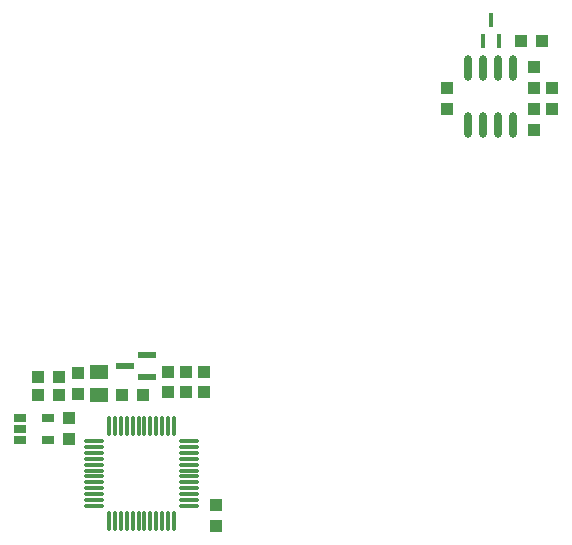
<source format=gbp>
G04*
G04 #@! TF.GenerationSoftware,Altium Limited,Altium Designer,24.5.2 (23)*
G04*
G04 Layer_Color=128*
%FSLAX44Y44*%
%MOMM*%
G71*
G04*
G04 #@! TF.SameCoordinates,E6D3E557-3EFE-479C-B101-03A66C20DB95*
G04*
G04*
G04 #@! TF.FilePolarity,Positive*
G04*
G01*
G75*
%ADD18R,1.1000X1.0000*%
%ADD28R,1.0000X1.1000*%
%ADD60O,0.6000X2.2000*%
%ADD61R,0.4000X1.3000*%
%ADD62O,0.3000X1.8000*%
%ADD63O,1.8000X0.3000*%
%ADD64R,1.5000X0.6000*%
%ADD65R,1.5000X1.3000*%
%ADD66R,1.1000X0.6500*%
D18*
X638420Y746760D02*
D03*
X621420D02*
D03*
X300600Y447040D02*
D03*
X283600D02*
D03*
X212480D02*
D03*
X229480D02*
D03*
X212480Y462280D02*
D03*
X229480D02*
D03*
D28*
X647700Y690000D02*
D03*
Y707000D02*
D03*
X632460Y724780D02*
D03*
Y707780D02*
D03*
Y689220D02*
D03*
Y672220D02*
D03*
X558800Y707000D02*
D03*
Y690000D02*
D03*
X353060Y449580D02*
D03*
Y466580D02*
D03*
X246380Y448700D02*
D03*
Y465700D02*
D03*
X238760Y410600D02*
D03*
Y427600D02*
D03*
X363220Y353940D02*
D03*
Y336940D02*
D03*
X322580Y466580D02*
D03*
Y449580D02*
D03*
X337820Y466580D02*
D03*
Y449580D02*
D03*
D60*
X576580Y723900D02*
D03*
X589280D02*
D03*
X601980D02*
D03*
X614680D02*
D03*
X576580Y675900D02*
D03*
X589280D02*
D03*
X601980D02*
D03*
X614680D02*
D03*
D61*
X595780Y764760D02*
D03*
X589280Y746760D02*
D03*
X602280D02*
D03*
D62*
X272220Y421500D02*
D03*
X277220D02*
D03*
X282220D02*
D03*
X287220D02*
D03*
X292220D02*
D03*
X297220D02*
D03*
X302220D02*
D03*
X307220D02*
D03*
X312220D02*
D03*
X317220D02*
D03*
X322220D02*
D03*
X327220D02*
D03*
Y340500D02*
D03*
X322220D02*
D03*
X317220D02*
D03*
X312220D02*
D03*
X307220D02*
D03*
X302220D02*
D03*
X297220D02*
D03*
X292220D02*
D03*
X287220D02*
D03*
X282220D02*
D03*
X277220D02*
D03*
X272220D02*
D03*
D63*
X340220Y408500D02*
D03*
Y403500D02*
D03*
Y398500D02*
D03*
Y393500D02*
D03*
Y388500D02*
D03*
Y383500D02*
D03*
Y378500D02*
D03*
Y373500D02*
D03*
Y368500D02*
D03*
Y363500D02*
D03*
Y358500D02*
D03*
Y353500D02*
D03*
X259220D02*
D03*
Y358500D02*
D03*
Y363500D02*
D03*
Y368500D02*
D03*
Y373500D02*
D03*
Y378500D02*
D03*
Y383500D02*
D03*
Y388500D02*
D03*
Y393500D02*
D03*
Y398500D02*
D03*
Y403500D02*
D03*
Y408500D02*
D03*
D64*
X285800Y471780D02*
D03*
X304800Y462280D02*
D03*
Y481280D02*
D03*
D65*
X264160Y447700D02*
D03*
Y466700D02*
D03*
D66*
X220980Y408940D02*
D03*
Y427940D02*
D03*
X196980D02*
D03*
Y418440D02*
D03*
Y408940D02*
D03*
M02*

</source>
